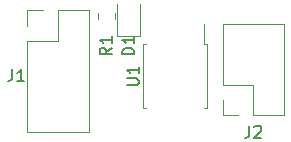
<source format=gbr>
G04 #@! TF.GenerationSoftware,KiCad,Pcbnew,5.1.2-1.fc30*
G04 #@! TF.CreationDate,2019-06-07T00:12:30+03:00*
G04 #@! TF.ProjectId,kicad_spi_nor_opi,6b696361-645f-4737-9069-5f6e6f725f6f,rev?*
G04 #@! TF.SameCoordinates,Original*
G04 #@! TF.FileFunction,Legend,Top*
G04 #@! TF.FilePolarity,Positive*
%FSLAX46Y46*%
G04 Gerber Fmt 4.6, Leading zero omitted, Abs format (unit mm)*
G04 Created by KiCad (PCBNEW 5.1.2-1.fc30) date 2019-06-07 00:12:30*
%MOMM*%
%LPD*%
G04 APERTURE LIST*
%ADD10C,0.120000*%
%ADD11C,0.150000*%
G04 APERTURE END LIST*
D10*
X96520000Y-115630000D02*
X95190000Y-115630000D01*
X95190000Y-115630000D02*
X95190000Y-114300000D01*
X97790000Y-115630000D02*
X97790000Y-113030000D01*
X97790000Y-113030000D02*
X95190000Y-113030000D01*
X95190000Y-113030000D02*
X95190000Y-107890000D01*
X100390000Y-107890000D02*
X95190000Y-107890000D01*
X100390000Y-115630000D02*
X100390000Y-107890000D01*
X100390000Y-115630000D02*
X97790000Y-115630000D01*
X78664760Y-106726680D02*
X79994760Y-106726680D01*
X78664760Y-108056680D02*
X78664760Y-106726680D01*
X81264760Y-106726680D02*
X83864760Y-106726680D01*
X81264760Y-109326680D02*
X81264760Y-106726680D01*
X78664760Y-109326680D02*
X81264760Y-109326680D01*
X83864760Y-106726680D02*
X83864760Y-117006680D01*
X78664760Y-109326680D02*
X78664760Y-117006680D01*
X78664760Y-117006680D02*
X83864760Y-117006680D01*
X88209000Y-108873000D02*
X88209000Y-106188000D01*
X86289000Y-108873000D02*
X88209000Y-108873000D01*
X86289000Y-106188000D02*
X86289000Y-108873000D01*
X93651000Y-109587000D02*
X93651000Y-107912000D01*
X93911000Y-109587000D02*
X93651000Y-109587000D01*
X93911000Y-112312000D02*
X93911000Y-109587000D01*
X93911000Y-115037000D02*
X93651000Y-115037000D01*
X93911000Y-112312000D02*
X93911000Y-115037000D01*
X88461000Y-109587000D02*
X88721000Y-109587000D01*
X88461000Y-112312000D02*
X88461000Y-109587000D01*
X88461000Y-115037000D02*
X88721000Y-115037000D01*
X88461000Y-112312000D02*
X88461000Y-115037000D01*
X84634000Y-106929422D02*
X84634000Y-107446578D01*
X86054000Y-106929422D02*
X86054000Y-107446578D01*
D11*
X97456666Y-116522380D02*
X97456666Y-117236666D01*
X97409047Y-117379523D01*
X97313809Y-117474761D01*
X97170952Y-117522380D01*
X97075714Y-117522380D01*
X97885238Y-116617619D02*
X97932857Y-116570000D01*
X98028095Y-116522380D01*
X98266190Y-116522380D01*
X98361428Y-116570000D01*
X98409047Y-116617619D01*
X98456666Y-116712857D01*
X98456666Y-116808095D01*
X98409047Y-116950952D01*
X97837619Y-117522380D01*
X98456666Y-117522380D01*
X77390666Y-111720380D02*
X77390666Y-112434666D01*
X77343047Y-112577523D01*
X77247809Y-112672761D01*
X77104952Y-112720380D01*
X77009714Y-112720380D01*
X78390666Y-112720380D02*
X77819238Y-112720380D01*
X78104952Y-112720380D02*
X78104952Y-111720380D01*
X78009714Y-111863238D01*
X77914476Y-111958476D01*
X77819238Y-112006095D01*
X87701380Y-110466095D02*
X86701380Y-110466095D01*
X86701380Y-110228000D01*
X86749000Y-110085142D01*
X86844238Y-109989904D01*
X86939476Y-109942285D01*
X87129952Y-109894666D01*
X87272809Y-109894666D01*
X87463285Y-109942285D01*
X87558523Y-109989904D01*
X87653761Y-110085142D01*
X87701380Y-110228000D01*
X87701380Y-110466095D01*
X87701380Y-108942285D02*
X87701380Y-109513714D01*
X87701380Y-109228000D02*
X86701380Y-109228000D01*
X86844238Y-109323238D01*
X86939476Y-109418476D01*
X86987095Y-109513714D01*
X87082380Y-113073904D02*
X87891904Y-113073904D01*
X87987142Y-113026285D01*
X88034761Y-112978666D01*
X88082380Y-112883428D01*
X88082380Y-112692952D01*
X88034761Y-112597714D01*
X87987142Y-112550095D01*
X87891904Y-112502476D01*
X87082380Y-112502476D01*
X88082380Y-111502476D02*
X88082380Y-112073904D01*
X88082380Y-111788190D02*
X87082380Y-111788190D01*
X87225238Y-111883428D01*
X87320476Y-111978666D01*
X87368095Y-112073904D01*
X85796380Y-109894666D02*
X85320190Y-110228000D01*
X85796380Y-110466095D02*
X84796380Y-110466095D01*
X84796380Y-110085142D01*
X84844000Y-109989904D01*
X84891619Y-109942285D01*
X84986857Y-109894666D01*
X85129714Y-109894666D01*
X85224952Y-109942285D01*
X85272571Y-109989904D01*
X85320190Y-110085142D01*
X85320190Y-110466095D01*
X85796380Y-108942285D02*
X85796380Y-109513714D01*
X85796380Y-109228000D02*
X84796380Y-109228000D01*
X84939238Y-109323238D01*
X85034476Y-109418476D01*
X85082095Y-109513714D01*
M02*

</source>
